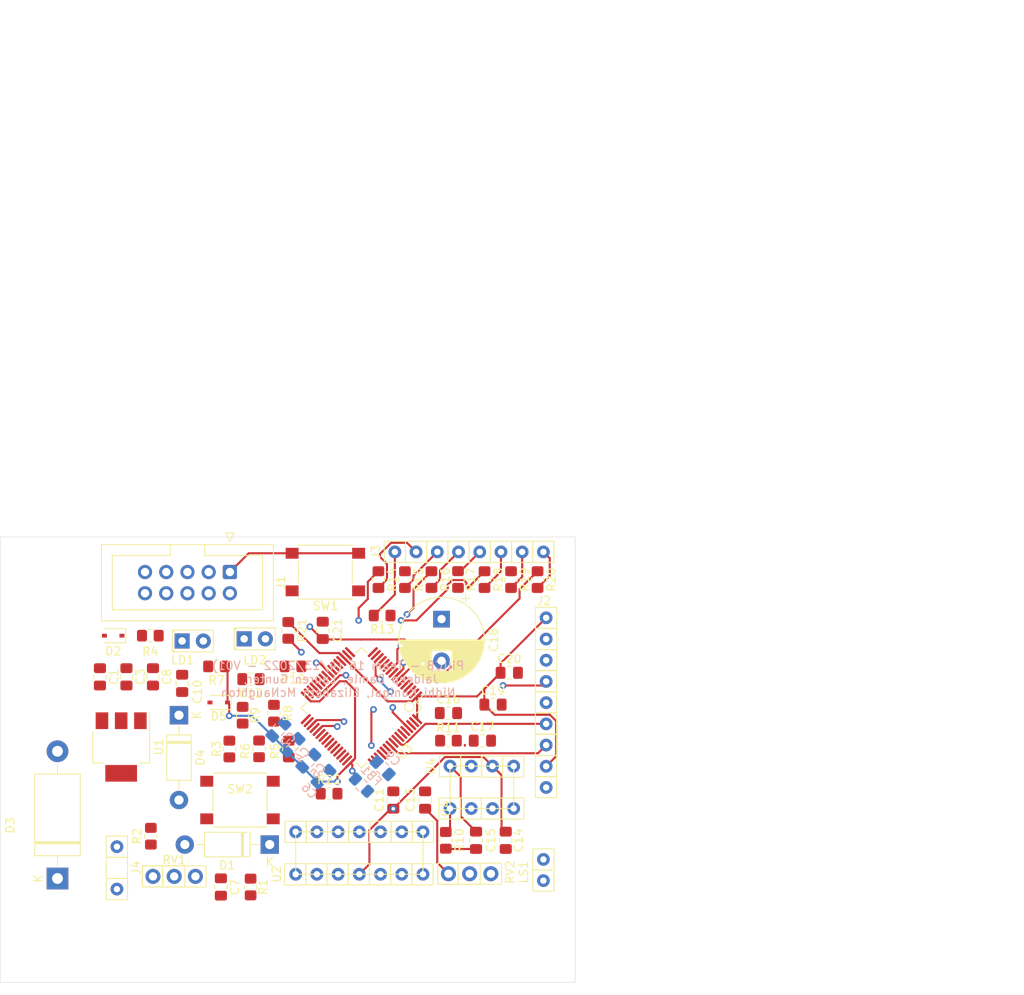
<source format=kicad_pcb>
(kicad_pcb (version 20211014) (generator pcbnew)
  (title_block (title "PillCB - Team 16") (date "2020-06-22") (rev "v01") (comment 4 "Jaideep Damle, Lauren Gunter, Nidhi Kunigal, Elizabeth McNaughton"))
  (layers (0 "F.Cu" signal) (1 "In1.Cu" signal "Ground.Cu") (2 "In2.Cu" signal "Power.Cu") (31 "B.Cu" signal) (34 "B.Paste" user) (35 "F.Paste" user) (36 "B.SilkS" user "B.Silkscreen") (37 "F.SilkS" user "F.Silkscreen") (38 "B.Mask" user) (39 "F.Mask" user) (44 "Edge.Cuts" user))
  (net 0 "")
  (net 1 "Net-(R10-Pad1)")
  (net 2 "GND")
  (net 3 "Net-(RV2-Pad2)")
  (net 4 "Net-(C18-Pad1)")
  (net 5 "+5V")
  (net 6 "Net-(C16-Pad1)")
  (net 7 "Net-(C15-Pad2)")
  (net 8 "Net-(R8-Pad2)")
  (net 9 "Net-(C7-Pad1)")
  (net 10 "Net-(R5-Pad2)")
  (net 11 "+3V0")
  (net 12 "PB8")
  (net 13 "PB11")
  (net 14 "PB14")
  (net 15 "PB5")
  (net 16 "PB3")
  (net 17 "/ignore")
  (net 18 "/AC_SIGNAL")
  (net 19 "/PC0")
  (net 20 "/PC1")
  (net 21 "/PC7")
  (net 22 "/PC2")
  (net 23 "/PC3")
  (net 24 "/PC4")
  (net 25 "/PC5")
  (net 26 "/PC6")
  (net 27 "/NRST")
  (net 28 "/BOOT0")
  (net 29 "Net-(C17-Pad1)")
  (net 30 "Net-(C15-Pad1)")
  (net 31 "/PB2")
  (net 32 "Net-(LD2-Pad2)")
  (net 33 "Net-(LD1-Pad2)")
  (net 34 "Net-(R2-Pad1)")
  (net 35 "Net-(R1-Pad1)")
  (net 36 "Net-(C13-Pad2)")
  (net 37 "Net-(C10-Pad1)")
  (net 38 "/PC13")
  (net 39 "/PC14")
  (net 40 "/PC15")
  (net 41 "/PF0")
  (net 42 "/PF1")
  (net 43 "/3VA")
  (net 44 "/PA0")
  (net 45 "/PA1")
  (net 46 "/PA2")
  (net 47 "/PA3")
  (net 48 "/PA4")
  (net 49 "/PA5")
  (net 50 "/PA6")
  (net 51 "/PA7")
  (net 52 "/PB0")
  (net 53 "/PB1")
  (net 54 "/PB10")
  (net 55 "/PB12")
  (net 56 "/PB13")
  (net 57 "/PB15")
  (net 58 "/PC8")
  (net 59 "/PC9")
  (net 60 "/PA8")
  (net 61 "/PA9")
  (net 62 "/PA10")
  (net 63 "/PA11")
  (net 64 "/PA12")
  (net 65 "/PA13")
  (net 66 "/PA14")
  (net 67 "/PA15")
  (net 68 "/PC10")
  (net 69 "/PC11")
  (net 70 "/PC12")
  (net 71 "/PD2")
  (net 72 "/PB4")
  (net 73 "/PB6")
  (net 74 "/PB7")
  (net 75 "/PB9")
  (net 76 "Net-(D3-Pad2)")
  (net 77 "/U5V")
  (net 79 "/V3.3_IN")
  (net 80 "Net-(J3-Pad1)")
  (net 81 "Net-(J3-Pad2)")
  (net 82 "Net-(J3-Pad3)")
  (net 83 "Net-(J3-Pad4)")
  (net 84 "Net-(J3-Pad5)")
  (net 85 "Net-(J3-Pad6)")
  (net 86 "Net-(J3-Pad7)")
  (net 87 "Net-(J3-Pad8)")
  (net 88 "Net-(LS1-Pad1)")
  (net 89 "Net-(R22-Pad2)")
  (footprint "local_models:J2" (layer "F.Cu") (at 135.14562 101.01676)
    (fp_text reference "J3")
    (fp_text value "Conn_01x08_Female")
  )
  (footprint "Capacitor_SMD:C_0805_2012Metric_Pad1.18x1.45mm_HandSolder" (layer "F.Cu") (at 139.95012 115.49476)
    (fp_text reference "C20")
    (fp_text value "10uF")
  )
  (footprint "Capacitor_THT:CP_Radial_D10.0mm_P5.00mm" (layer "F.Cu") (at 131.84362 109.063083 -90)
    (fp_text reference "C18")
    (fp_text value "220uF")
  )
  (footprint "Resistor_SMD:R_0805_2012Metric_Pad1.20x1.40mm_HandSolder" (layer "F.Cu") (at 136.98712 104.33476 -90)
    (fp_text reference "R18")
    (fp_text value "1K")
  )
  (footprint "Diode_THT:D_DO-201_P15.24mm_Horizontal" (layer "F.Cu") (at 85.86962 140.13276 90)
    (fp_text reference "D3")
    (fp_text value "1N522B")
  )
  (footprint "Capacitor_SMD:C_0805_2012Metric_Pad1.18x1.45mm_HandSolder" (layer "F.Cu") (at 135.97112 135.56076 90)
    (fp_text reference "C15")
    (fp_text value "10uF")
  )
  (footprint "Diode_SMD:D_SOD-323" (layer "F.Cu") (at 105.17362 119.05076 180)
    (fp_text reference "D5")
    (fp_text value "BAT60JFILM")
  )
  (footprint "Capacitor_SMD:C_0805_2012Metric_Pad1.18x1.45mm_HandSolder" (layer "F.Cu") (at 132.66912 120.32076)
    (fp_text reference "C16")
    (fp_text value "10uF")
  )
  (footprint "local_models:potentiometer" (layer "F.Cu") (at 97.29962 139.87876 -90)
    (fp_text reference "RV1")
    (fp_text value "R_Potentiometer_10k")
  )
  (footprint "local_models:J1" (layer "F.Cu") (at 92.98162 138.86276 90)
    (fp_text reference "J4")
    (fp_text value "Conn_01x02_Female")
  )
  (footprint "Capacitor_SMD:C_0805_2012Metric_Pad1.18x1.45mm_HandSolder" (layer "F.Cu") (at 109.02562 116.25676 180)
    (fp_text reference "C12")
    (fp_text value ".1uF")
  )
  (footprint "Capacitor_SMD:C_0805_2012Metric_Pad1.18x1.45mm_HandSolder" (layer "F.Cu") (at 90.94962 115.98126 -90)
    (fp_text reference "C1")
    (fp_text value "22uF")
  )
  (footprint "Button_Switch_SMD:SW_SPST_PTS645" (layer "F.Cu") (at 117.93712 103.42976 180)
    (fp_text reference "SW1")
    (fp_text value "SW_Push")
  )
  (footprint "Resistor_SMD:R_0805_2012Metric_Pad1.20x1.40mm_HandSolder" (layer "F.Cu") (at 106.44362 124.62276 90)
    (fp_text reference "R3")
    (fp_text value "1M")
  )
  (footprint "Resistor_SMD:R_0805_2012Metric_Pad1.20x1.40mm_HandSolder" (layer "F.Cu") (at 96.98212 111.04976)
    (fp_text reference "R4")
    (fp_text value "5.1k")
  )
  (footprint "Resistor_SMD:R_0805_2012Metric_Pad1.20x1.40mm_HandSolder" (layer "F.Cu") (at 111.77762 120.33676 -90)
    (fp_text reference "R8")
    (fp_text value "12k")
  )
  (footprint "local_models:LS1" (layer "F.Cu") (at 144.03562 139.11676 -90)
    (fp_text reference "LS1")
    (fp_text value "Speaker")
  )
  (footprint "Button_Switch_SMD:SW_SPST_PTS645" (layer "F.Cu") (at 107.71362 130.73476)
    (fp_text reference "SW2")
    (fp_text value "SW_Push")
  )
  (footprint "Resistor_SMD:R_0805_2012Metric_Pad1.20x1.40mm_HandSolder" (layer "F.Cu") (at 108.03112 120.57476 90)
    (fp_text reference "R9")
    (fp_text value "2.2k")
  )
  (footprint "Resistor_SMD:R_0805_2012Metric_Pad1.20x1.40mm_HandSolder" (layer "F.Cu") (at 113.55562 124.62276 90)
    (fp_text reference "R5")
    (fp_text value "10k")
  )
  (footprint "Resistor_SMD:R_0805_2012Metric_Pad1.20x1.40mm_HandSolder" (layer "F.Cu") (at 132.66912 123.62276)
    (fp_text reference "R11")
    (fp_text value "10")
  )
  (footprint "local_models:U2" (layer "F.Cu") (at 122.00112 137.08476 90)
    (fp_text reference "U2")
    (fp_text value "LM324")
  )
  (footprint "Capacitor_SMD:C_0805_2012Metric_Pad1.18x1.45mm_HandSolder" (layer "F.Cu") (at 138.00312 119.30476)
    (fp_text reference "C19")
    (fp_text value ".1uF")
  )
  (footprint "LED_THT:LED_D2.0mm_W4.8mm_H2.5mm_FlatTop" (layer "F.Cu") (at 108.21662 111.43076)
    (fp_text reference "LD2")
    (fp_text value "LED_Green")
  )
  (footprint "Capacitor_SMD:C_0805_2012Metric_Pad1.18x1.45mm_HandSolder" (layer "F.Cu") (at 126.06512 130.73476 90)
    (fp_text reference "C11")
    (fp_text value ".1uF")
  )
  (footprint "Package_QFP:LQFP-64_10x10mm_P0.5mm" (layer "F.Cu") (at 122.25512 119.68576 -135)
    (fp_text reference "U3")
    (fp_text value "STM32F091RCTx")
  )
  (footprint "Diode_THT:D_DO-41_SOD81_P10.16mm_Horizontal" (layer "F.Cu") (at 111.26962 136.06876 180)
    (fp_text reference "D1")
    (fp_text value "1N5819")
  )
  (footprint "Resistor_SMD:R_0805_2012Metric_Pad1.20x1.40mm_HandSolder" (layer "F.Cu") (at 109.99962 124.60676 90)
    (fp_text reference "R6")
    (fp_text value "120k")
  )
  (footprint "local_models:potentiometer" (layer "F.Cu") (at 132.66912 139.56126 -90)
    (fp_text reference "RV2")
    (fp_text value "R_Potentiometer_10k")
  )
  (footprint "LED_THT:LED_D2.0mm_W4.8mm_H2.5mm_FlatTop" (layer "F.Cu") (at 100.78712 111.68476)
    (fp_text reference "LD1")
    (fp_text value "LED_Red")
  )
  (footprint "Resistor_SMD:R_0805_2012Metric_Pad1.20x1.40mm_HandSolder" (layer "F.Cu") (at 140.16212 104.33476 -90)
    (fp_text reference "R19")
    (fp_text value "1K")
  )
  (footprint "Capacitor_SMD:C_0805_2012Metric_Pad1.18x1.45mm_HandSolder" (layer "F.Cu") (at 94.12462 115.98126 -90)
    (fp_text reference "C3")
    (fp_text value ".1uF")
  )
  (footprint "Resistor_SMD:R_0805_2012Metric_Pad1.20x1.40mm_HandSolder" (layer "F.Cu") (at 143.33712 104.33476 -90)
    (fp_text reference "R20")
    (fp_text value "1K")
  )
  (footprint "Package_TO_SOT_SMD:SOT-223-3_TabPin2" (layer "F.Cu") (at 93.48962 124.38476 -90)
    (fp_text reference "U1")
    (fp_text value "LD1117S33TR_SOT223")
  )
  (footprint "Capacitor_SMD:C_0805_2012Metric_Pad1.18x1.45mm_HandSolder" (layer "F.Cu") (at 117.61962 110.41476 90)
    (fp_text reference "C21")
    (fp_text value ".1uF")
  )
  (footprint "Capacitor_SMD:C_0805_2012Metric_Pad1.18x1.45mm_HandSolder" (layer "F.Cu") (at 139.52712 135.56076 90)
    (fp_text reference "C14")
    (fp_text value ".1uF")
  )
  (footprint "Resistor_SMD:R_0805_2012Metric_Pad1.20x1.40mm_HandSolder" (layer "F.Cu") (at 108.98362 141.14876 -90)
    (fp_text reference "R1")
    (fp_text value "10k")
  )
  (footprint "Capacitor_SMD:C_0805_2012Metric_Pad1.18x1.45mm_HandSolder" (layer "F.Cu") (at 129.87512 130.73476 -90)
    (fp_text reference "C13")
    (fp_text value "10uF")
  )
  (footprint "Resistor_SMD:R_0805_2012Metric_Pad1.20x1.40mm_HandSolder" (layer "F.Cu") (at 113.49212 110.41476 -90)
    (fp_text reference "R21")
    (fp_text value "100K")
  )
  (footprint "Capacitor_SMD:C_0805_2012Metric_Pad1.18x1.45mm_HandSolder" (layer "F.Cu") (at 97.29962 115.98126 -90)
    (fp_text reference "C8")
    (fp_text value ".1uF")
  )
  (footprint "Diode_THT:D_DO-41_SOD81_P10.16mm_Horizontal" (layer "F.Cu") (at 100.41112 120.57476 -90)
    (fp_text reference "D4")
    (fp_text value "1N5819")
  )
  (footprint "Diode_SMD:D_SOD-323" (layer "F.Cu") (at 92.53712 111.04976 180)
    (fp_text reference "D2")
    (fp_text value "BAT60JFILM")
  )
  (footprint "Resistor_SMD:R_0805_2012Metric_Pad1.20x1.40mm_HandSolder" (layer "F.Cu") (at 127.46212 104.33476 -90)
    (fp_text reference "R15")
    (fp_text value "1K")
  )
  (footprint "Resistor_SMD:R_0805_2012Metric_Pad1.20x1.40mm_HandSolder" (layer "F.Cu") (at 118.38162 129.97276)
    (fp_text reference "R22")
    (fp_text value "10k")
  )
  (footprint "Resistor_SMD:R_0805_2012Metric_Pad1.20x1.40mm_HandSolder" (layer "F.Cu") (at 130.63712 104.33476 -90)
    (fp_text reference "R16")
    (fp_text value "1K")
  )
  (footprint "Resistor_SMD:R_0805_2012Metric_Pad1.20x1.40mm_HandSolder" (layer "F.Cu") (at 104.90362 114.73276 180)
    (fp_text reference "R7")
    (fp_text value "1k")
  )
  (footprint "Capacitor_SMD:C_0805_2012Metric_Pad1.18x1.45mm_HandSolder" (layer "F.Cu") (at 136.73312 123.62276)
    (fp_text reference "C17")
    (fp_text value ".1uF")
  )
  (footprint "local_models:U4" (layer "F.Cu") (at 136.66962 129.21076 90)
    (fp_text reference "U4")
    (fp_text value "LM386")
  )
  (footprint "Resistor_SMD:R_0805_2012Metric_Pad1.20x1.40mm_HandSolder" (layer "F.Cu") (at 132.35162 135.56076 -90)
    (fp_text reference "R10")
    (fp_text value "1.2K")
  )
  (footprint "Resistor_SMD:R_0805_2012Metric_Pad1.20x1.40mm_HandSolder" (layer "F.Cu") (at 133.81212 104.31876 90)
    (fp_text reference "R17")
    (fp_text value "1K")
  )
  (footprint "Resistor_SMD:R_0805_2012Metric_Pad1.20x1.40mm_HandSolder" (layer "F.Cu") (at 124.73162 108.63676 180)
    (fp_text reference "R13")
    (fp_text value "1K")
  )
  (footprint "Resistor_SMD:R_0805_2012Metric_Pad1.20x1.40mm_HandSolder" (layer "F.Cu") (at 124.28712 104.33476 -90)
    (fp_text reference "R14")
    (fp_text value "1K")
  )
  (footprint "local_models:J3" (layer "F.Cu") (at 145.633745 119.05076)
    (fp_text reference "J2")
    (fp_text value "Conn_01x09_Female")
  )
  (footprint "Connector_IDC:IDC-Header_2x05_P2.54mm_Vertical" (layer "F.Cu") (at 106.50712 103.42976 -90)
    (fp_text reference "J1")
    (fp_text value "Conn_02x05_Odd_Even")
  )
  (footprint "Capacitor_SMD:C_0805_2012Metric_Pad1.18x1.45mm_HandSolder" (layer "F.Cu") (at 105.42762 141.14876 -90)
    (fp_text reference "C7")
    (fp_text value ".1uF")
  )
  (footprint "Resistor_SMD:R_0805_2012Metric_Pad1.20x1.40mm_HandSolder" (layer "F.Cu") (at 97.04562 135.06876 90)
    (fp_text reference "R2")
    (fp_text value "10k")
  )
  (footprint "Capacitor_SMD:C_0805_2012Metric_Pad1.18x1.45mm_HandSolder" (layer "F.Cu") (at 100.79212 116.76476 -90)
    (fp_text reference "C10")
    (fp_text value "22uF")
  )
  (footprint "Resistor_SMD:R_0805_2012Metric_Pad1.20x1.40mm_HandSolder" (layer "F.Cu") (at 114.06362 114.73276)
    (fp_text reference "R12")
    (fp_text value "100K")
  )
  (footprint "Capacitor_SMD:C_0805_2012Metric_Pad1.18x1.45mm_HandSolder" (layer "B.Cu") (at 114.00012 124.13076 45)
    (fp_text reference "C4")
    (fp_text value ".1uF")
  )
  (footprint "Capacitor_SMD:C_0805_2012Metric_Pad1.18x1.45mm_HandSolder" (layer "B.Cu") (at 117.711497 127.94076 45)
    (fp_text reference "C6")
    (fp_text value ".1uF")
  )
  (footprint "Capacitor_SMD:C_0805_2012Metric_Pad1.18x1.45mm_HandSolder" (layer "B.Cu") (at 112.313997 122.324383 45)
    (fp_text reference "C2")
    (fp_text value ".1uF")
  )
  (footprint "Capacitor_SMD:C_0805_2012Metric_Pad1.18x1.45mm_HandSolder" (layer "B.Cu") (at 124.79512 126.92476 135)
    (fp_text reference "C9")
    (fp_text value ".1uF")
  )
  (footprint "Inductor_SMD:L_0805_2012Metric_Pad1.15x1.40mm_HandSolder" (layer "B.Cu") (at 122.25512 128.95676 135)
    (fp_text reference "FB1")
    (fp_text value "Ferrite Bead")
  )
  (footprint "Capacitor_SMD:C_0805_2012Metric_Pad1.18x1.45mm_HandSolder" (layer "B.Cu") (at 115.90512 126.03576 45)
    (fp_text reference "C5")
    (fp_text value ".1uF")
  )
  (gr_circle (center 127.973659 119.55876) (end 128.481659 119.81276) (layer "F.SilkS") (width 0.12) (fill none))
  (gr_rect (start 79.01162 152.57876) (end 147.84562 99.23876) (layer "Edge.Cuts") (width 0.05) (fill none))
  (gr_text "PillCB - Team 16 (4/13/2022 - V01)\nJaideep Damle, Lauren Gunter, \nNidhi Kunigal, Elizabeth McNaughton" (at 119.46112 116.25676) (layer "B.SilkS") (effects (font (size 1 1)) (justify mirror)))
  (segment (start 132.85962 134.05276) (end 132.35162 134.56076) (width 0.25) (layer "F.Cu") (net 1))
  (segment (start 132.85962 131.75076) (end 132.85962 134.05276) (width 0.25) (layer "F.Cu") (net 1))
  (segment (start 135.39962 131.75076) (end 135.39962 132.020753) (width 0.25) (layer "F.Cu") (net 2))
  (segment (start 113.04762 121.679253) (end 113.04762 121.59076) (width 0.25) (layer "F.Cu") (net 2))
  (segment (start 111.265127 128.48476) (end 111.69362 128.48476) (width 0.25) (layer "F.Cu") (net 2))
  (segment (start 113.04762 121.59076) (end 113.136113 121.59076) (width 0.25) (layer "F.Cu") (net 2))
  (segment (start 106.45962 123.60676) (end 106.44362 123.62276) (width 0.25) (layer "F.Cu") (net 2))
  (segment (start 108.94612 142.18626) (end 108.98362 142.14876) (width 0.25) (layer "F.Cu") (net 2))
  (segment (start 137.93962 126.67076) (end 136.853109 125.584249) (width 0.25) (layer "F.Cu") (net 5))
  (segment (start 123.20762 134.3417) (end 123.20762 138.41826) (width 0.25) (layer "F.Cu") (net 5))
  (segment (start 137.93962 126.67076) (end 139.026131 127.757271) (width 0.25) (layer "F.Cu") (net 5))
  (segment (start 139.026131 127.757271) (end 139.026131 134.022271) (width 0.25) (layer "F.Cu") (net 5))
  (segment (start 125.77706 131.77226) (end 123.20762 134.3417) (width 0.25) (layer "F.Cu") (net 5))
  (segment (start 139.46362 134.45976) (end 139.46362 134.03676) (width 0.25) (layer "F.Cu") (net 5))
  (segment (start 132.253131 125.584249) (end 126.06512 131.77226) (width 0.25) (layer "F.Cu") (net 5))
  (segment (start 139.026131 134.022271) (end 139.52712 134.52326) (width 0.25) (layer "F.Cu") (net 5))
  (segment (start 123.20762 138.41826) (end 122.00112 139.62476) (width 0.25) (layer "F.Cu") (net 5))
  (segment (start 126.06512 131.77226) (end 125.77706 131.77226) (width 0.25) (layer "F.Cu") (net 5))
  (segment (start 139.52712 134.52326) (end 139.46362 134.45976) (width 0.25) (layer "F.Cu") (net 5))
  (segment (start 136.853109 125.584249) (end 132.253131 125.584249) (width 0.25) (layer "F.Cu") (net 5))
  (via (at 126.06512 131.77226) (size 0.8) (drill 0.4) (layers "F.Cu" "B.Cu") (net 5))
  (via (at 126.06512 131.77226) (size 0.8) (drill 0.4) (layers "F.Cu" "B.Cu") (net 5))
  (segment (start 131.63162 120.32076) (end 131.979613 120.32076) (width 0.25) (layer "F.Cu") (net 6))
  (segment (start 134.63762 124.13076) (end 134.63762 124.22276) (width 0.25) (layer "F.Cu") (net 6))
  (segment (start 135.97112 134.52326) (end 134.12962 132.68176) (width 0.25) (layer "F.Cu") (net 7))
  (segment (start 134.12962 127.94076) (end 132.85962 126.67076) (width 0.25) (layer "F.Cu") (net 7))
  (segment (start 134.12962 132.68176) (end 134.12962 127.94076) (width 0.25) (layer "F.Cu") (net 7))
  (segment (start 116.184613 118.918553) (end 115.590639 118.324579) (width 0.25) (layer "F.Cu") (net 11))
  (segment (start 138.91262 115.49476) (end 138.29912 116.10826) (width 0.25) (layer "F.Cu") (net 11))
  (segment (start 145.55962 121.271326) (end 145.55962 125.496136) (width 0.25) (layer "F.Cu") (net 11))
  (segment (start 136.96562 119.30476) (end 138.18636 120.5255) (width 0.25) (layer "F.Cu") (net 11))
  (segment (start 117.211772 113.134412) (end 119.59286 113.134412) (width 0.25) (layer "F.Cu") (net 11))
  (segment (start 138.91262 115.49476) (end 138.91262 114.363136) (width 0.25) (layer "F.Cu") (net 11))
  (segment (start 120.893939 126.350241) (end 119.38 127.86418) (width 0.25) (layer "F.Cu") (net 11))
  (segment (start 138.29912 116.10826) (end 136.082801 118.324579) (width 0.25) (layer "F.Cu") (net 11))
  (segment (start 136.96562 117.44176) (end 138.91262 115.49476) (width 0.25) (layer "F.Cu") (net 11))
  (segment (start 121.487913 125.756267) (end 121.487913 117.585053) (width 0.25) (layer "F.Cu") (net 11))
  (segment (start 121.158 127.254) (end 121.158 126.492) (width 0.25) (layer "F.Cu") (net 11))
  (segment (start 136.082801 118.324579) (end 128.919601 118.324579) (width 0.25) (layer "F.Cu") (net 11))
  (segment (start 106.22362 115.05276) (end 105.90362 114.73276) (width 0.25) (layer "F.Cu") (net 11))
  (segment (start 119.59286 113.134412) (end 120.186833 113.728385) (width 0.25) (layer "F.Cu") (net 11))
  (segment (start 119.38 127.86418) (end 119.38 128.524) (width 0.25) (layer "F.Cu") (net 11))
  (segment (start 121.158 126.492) (end 121.016241 126.350241) (width 0.25) (layer "F.Cu") (net 11))
  (segment (start 125.377001 118.918553) (end 120.186833 113.728385) (width 0.25) (layer "F.Cu") (net 11))
  (segment (start 120.893939 126.350241) (end 121.487913 125.756267) (width 0.25) (layer "F.Cu") (net 11))
  (segment (start 106.426 120.65) (end 106.426 119.25314) (width 0.25) (layer "F.Cu") (net 11))
  (segment (start 120.41362 116.51076) (end 119.65162 116.51076) (width 0.25) (layer "F.Cu") (net 11))
  (segment (start 121.016241 126.350241) (end 120.893939 126.350241) (width 0.25) (layer "F.Cu") (net 11))
  (segment (start 119.65162 116.51076) (end 117.243827 118.918553) (width 0.25) (layer "F.Cu") (net 11))
  (segment (start 121.487913 117.585053) (end 120.41362 116.51076) (width 0.25) (layer "F.Cu") (net 11))
  (segment (start 117.243827 118.918553) (end 116.184613 118.918553) (width 0.25) (layer "F.Cu") (net 11))
  (segment (start 106.22362 119.05076) (end 106.22362 115.05276) (width 0.25) (layer "F.Cu") (net 11))
  (segment (start 128.919601 118.324579) (end 128.919601 121.046941) (width 0.25) (layer "F.Cu") (net 11))
  (segment (start 138.91262 114.363136) (end 144.363745 108.912011) (width 0.25) (layer "F.Cu") (net 11))
  (segment (start 106.426 119.25314) (end 106.22362 119.05076) (width 0.25) (layer "F.Cu") (net 11))
  (segment (start 113.49212 109.41476) (end 117.211772 113.134412) (width 0.25) (layer "F.Cu") (net 11))
  (segment (start 128.919601 118.324579) (end 128.325627 118.918553) (width 0.25) (layer "F.Cu") (net 11))
  (segment (start 136.96562 119.30476) (end 136.96562 117.44176) (width 0.25) (layer "F.Cu") (net 11))
  (segment (start 144.813794 120.5255) (end 145.55962 121.271326) (width 0.25) (layer "F.Cu") (net 11))
  (segment (start 128.325627 118.918553) (end 125.377001 118.918553) (width 0.25) (layer "F.Cu") (net 11))
  (segment (start 138.18636 120.5255) (end 144.813794 120.5255) (width 0.25) (layer "F.Cu") (net 11))
  (segment (start 145.55962 125.496136) (end 144.363745 126.692011) (width 0.25) (layer "F.Cu") (net 11))
  (via (at 119.38 128.524) (size 0.8) (drill 0.4) (layers "F.Cu" "B.Cu") (net 11))
  (via (at 106.426 120.65) (size 0.8) (drill 0.4) (layers "F.Cu" "B.Cu") (net 11))
  (via (at 121.158 127.254) (size 0.8) (drill 0.4) (layers "F.Cu" "B.Cu") (net 11))
  (segment (start 115.171497 126.769383) (end 113.266497 124.864383) (width 0.25) (layer "B.Cu") (net 11))
  (segment (start 116.977874 128.674383) (end 116.977874 128.57576) (width 0.25) (layer "B.Cu") (net 11))
  (segment (start 116.977874 128.57576) (end 115.171497 126.769383) (width 0.25) (layer "B.Cu") (net 11))
  (segment (start 117.128257 128.524) (end 116.977874 128.674383) (width 0.25) (layer "B.Cu") (net 11))
  (segment (start 121.530336 127.626336) (end 121.158 127.254) (width 0.25) (layer "B.Cu") (net 11))
  (segment (start 113.266497 124.744129) (end 111.580374 123.058006) (width 0.25) (layer "B.Cu") (net 11))
  (segment (start 109.172368 120.65) (end 106.426 120.65) (width 0.25) (layer "B.Cu") (net 11))
  (segment (start 111.580374 123.058006) (end 109.172368 120.65) (width 0.25) (layer "B.Cu") (net 11))
  (segment (start 119.38 128.524) (end 117.128257 128.524) (width 0.25) (layer "B.Cu") (net 11))
  (segment (start 121.530336 128.231976) (end 121.530336 127.626336) (width 0.25) (layer "B.Cu") (net 11))
  (segment (start 113.266497 124.864383) (end 113.266497 124.744129) (width 0.25) (layer "B.Cu") (net 11))
  (segment (start 126.00162 120.25028) (end 127.858941 122.107601) (width 0.25) (layer "F.Cu") (net 12))
  (segment (start 126.00162 119.643053) (end 126.00162 120.25028) (width 0.25) (layer "F.Cu") (net 12))
  (via (at 126.00162 119.643053) (size 0.8) (drill 0.4) (layers "F.Cu" "B.Cu") (net 12))
  (segment (start 117.044272 118.364) (end 116.297745 117.617473) (width 0.25) (layer "F.Cu") (net 13))
  (segment (start 120.396 115.78626) (end 119.683914 115.78626) (width 0.25) (layer "F.Cu") (net 13))
  (segment (start 144.363745 116.532011) (end 143.876996 117.01876) (width 0.25) (layer "F.Cu") (net 13))
  (segment (start 119.683914 115.78626) (end 117.106174 118.364) (width 0.25) (layer "F.Cu") (net 13))
  (segment (start 117.106174 118.364) (end 117.044272 118.364) (width 0.25) (layer "F.Cu") (net 13))
  (segment (start 143.876996 117.01876) (end 139.20962 117.01876) (width 0.25) (layer "F.Cu") (net 13))
  (via (at 120.396 115.78626) (size 0.8) (drill 0.4) (layers "F.Cu" "B.Cu") (net 13))
  (via (at 139.20962 117.01876) (size 0.8) (drill 0.4) (layers "F.Cu" "B.Cu") (net 13))
  (segment (start 116.891718 121.160074) (end 116.297745 121.754047) (width 0.25) (layer "F.Cu") (net 14))
  (segment (start 120.15962 121.33676) (end 119.982934 121.160074) (width 0.25) (layer "F.Cu") (net 14))
  (segment (start 119.982934 121.160074) (end 116.891718 121.160074) (width 0.25) (layer "F.Cu") (net 14))
  (via (at 120.15962 121.33676) (size 0.8) (drill 0.4) (layers "F.Cu" "B.Cu") (net 14))
  (segment (start 127.038702 124.115788) (end 126.444728 123.521814) (width 0.25) (layer "F.Cu") (net 15))
  (segment (start 129.909487 121.612011) (end 127.40571 124.115788) (width 0.25) (layer "F.Cu") (net 15))
  (segment (start 144.363745 121.612011) (end 129.909487 121.612011) (width 0.25) (layer "F.Cu") (net 15))
  (segment (start 127.40571 124.115788) (end 127.038702 124.115788) (width 0.25) (layer "F.Cu") (net 15))
  (segment (start 144.363745 124.152011) (end 143.381027 125.134729) (width 0.25) (layer "F.Cu") (net 16))
  (segment (start 126.643429 125.134729) (end 125.737621 124.228921) (width 0.25) (layer "F.Cu") (net 16))
  (segment (start 143.381027 125.134729) (end 126.643429 125.134729) (width 0.25) (layer "F.Cu") (net 16))
  (segment (start 132.392252 115.387594) (end 130.582358 115.387594) (width 0.25) (layer "F.Cu") (net 19))
  (segment (start 127.27498 114.281912) (end 127.27498 115.019454) (width 0.25) (layer "F.Cu") (net 19))
  (segment (start 143.33712 103.33476) (end 141.18664 105.48524) (width 0.25) (layer "F.Cu") (net 19))
  (segment (start 141.18664 105.922733) (end 141.18664 106.593206) (width 0.25) (layer "F.Cu") (net 19))
  (segment (start 127.27498 115.019454) (end 126.444728 115.849706) (width 0.25) (layer "F.Cu") (net 19))
  (segment (start 141.18664 106.593206) (end 132.392252 115.387594) (width 0.25) (layer "F.Cu") (net 19))
  (segment (start 141.18664 105.48524) (end 141.18664 105.922733) (width 0.25) (layer "F.Cu") (net 19))
  (segment (start 130.582358 115.387594) (end 129.610451 114.415687) (width 0.25) (layer "F.Cu") (net 19))
  (via (at 127.27498 114.281912) (size 0.8) (drill 0.4) (layers "F.Cu" "B.Cu") (net 19))
  (via (at 129.610451 114.415687) (size 0.8) (drill 0.4) (layers "F.Cu" "B.Cu") (net 19))
  (segment (start 133.124147 104.39424) (end 132.583308 104.935079) (width 0.25) (layer "F.Cu") (net 22))
  (segment (start 127 112.2305) (end 126.55048 112.68002) (width 0.25) (layer "F.Cu") (net 22))
  (segment (start 132.583308 105.473172) (end 128.83648 109.22) (width 0.25) (layer "F.Cu") (net 22))
  (segment (start 126.55048 112.68002) (end 126.55048 114.32974) (width 0.25) (layer "F.Cu") (net 22))
  (segment (start 136.98712 103.33476) (end 134.83664 105.48524) (width 0.25) (layer "F.Cu") (net 22))
  (segment (start 134.83664 104.730787) (end 134.500093 104.39424) (width 0.25) (layer "F.Cu") (net 22))
  (segment (start 134.83664 105.48524) (end 134.83664 104.730787) (width 0.25) (layer "F.Cu") (net 22))
  (segment (start 132.583308 104.935079) (end 132.583308 105.473172) (width 0.25) (layer "F.Cu") (net 22))
  (segment (start 134.500093 104.39424) (end 133.124147 104.39424) (width 0.25) (layer "F.Cu") (net 22))
  (segment (start 126.55048 114.32974) (end 125.737621 115.142599) (width 0.25) (layer "F.Cu") (net 22))
  (segment (start 128.83648 109.22) (end 127 109.22) (width 0.25) (layer "F.Cu") (net 22))
  (via (at 127 112.2305) (size 0.8) (drill 0.4) (layers "F.Cu" "B.Cu") (net 22))
  (via (at 127 109.22) (size 0.8) (drill 0.4) (layers "F.Cu" "B.Cu") (net 22))
  (segment (start 128.48664 105.48524) (end 128.48664 107.715615) (width 0.25) (layer "F.Cu") (net 24))
  (segment (start 128.48664 107.715615) (end 127.706753 108.4955) (width 0.25) (layer "F.Cu") (net 24))
  (segment (start 130.63712 103.33476) (end 128.48664 105.48524) (width 0.25) (layer "F.Cu") (net 24))
  (segment (start 117.222914 114.3) (end 118.419066 115.496152) (width 0.25) (layer "F.Cu") (net 24))
  (segment (start 116.84 114.3) (end 117.222914 114.3) (width 0.25) (layer "F.Cu") (net 24))
  (via (at 116.84 114.3) (size 0.8) (drill 0.4) (layers "F.Cu" "B.Cu") (net 24))
  (via (at 127.706753 108.4955) (size 0.8) (drill 0.4) (layers "F.Cu" "B.Cu") (net 24))
  (segment (start 121.92 107.750902) (end 121.92 109.22) (width 0.25) (layer "F.Cu") (net 26))
  (segment (start 124.28712 103.33476) (end 123.016631 104.605249) (width 0.25) (layer "F.Cu") (net 26))
  (segment (start 119.290981 121.867181) (end 117.598825 121.867181) (width 0.25) (layer "F.Cu") (net 26))
  (segment (start 119.359292 121.935492) (end 119.290981 121.867181) (width 0.25) (layer "F.Cu") (net 26))
  (segment (start 123.016631 104.605249) (end 123.016631 106.654271) (width 0.25) (layer "F.Cu") (net 26))
  (segment (start 123.016631 106.654271) (end 121.92 107.750902) (width 0.25) (layer "F.Cu") (net 26))
  (segment (start 117.598825 121.867181) (end 117.004852 122.461154) (width 0.25) (layer "F.Cu") (net 26))
  (via (at 119.359292 121.935492) (size 0.8) (drill 0.4) (layers "F.Cu" "B.Cu") (net 26))
  (via (at 121.92 109.22) (size 0.8) (drill 0.4) (layers "F.Cu" "B.Cu") (net 26))
  (segment (start 117.67336 111.506) (end 122.174 111.506) (width 0.25) (layer "F.Cu") (net 27))
  (segment (start 129.286 113.284) (end 129.286 113.71554) (width 0.25) (layer "F.Cu") (net 27))
  (segment (start 115.062 113.03) (end 115.062 112.98464) (width 0.25) (layer "F.Cu") (net 27))
  (segment (start 129.286 113.71554) (end 126.798281 116.203259) (width 0.25) (layer "F.Cu") (net 27))
  (segment (start 127.413394 111.506) (end 129.191394 113.284) (width 0.25) (layer "F.Cu") (net 27))
  (segment (start 117.61962 111.45226) (end 117.67336 111.506) (width 0.25) (layer "F.Cu") (net 27))
  (segment (start 117.61962 111.45226) (end 117.54826 111.45226) (width 0.25) (layer "F.Cu") (net 27))
  (segment (start 115.062 112.98464) (end 113.49212 111.41476) (width 0.25) (layer "F.Cu") (net 27))
  (segment (start 113.95712 101.17976) (end 121.91712 101.17976) (width 0.25) (layer "F.Cu") (net 27))
  (segment (start 129.191394 113.284) (end 129.286 113.284) (width 0.25) (layer "F.Cu") (net 27))
  (segment (start 108.75712 101.17976) (end 106.50712 103.42976) (width 0.25) (layer "F.Cu") (net 27))
  (segment (start 122.174 111.506) (end 127.413394 111.506) (width 0.25) (layer "F.Cu") (net 27))
  (segment (start 113.95712 101.17976) (end 108.75712 101.17976) (width 0.25) (layer "F.Cu") (net 27))
  (segment (start 117.54826 111.45226) (end 116.078 109.982) (width 0.25) (layer "F.Cu") (net 27))
  (via (at 115.062 113.03) (size 0.8) (drill 0.4) (layers "F.Cu" "B.Cu") (net 27))
  (via (at 116.078 109.982) (size 0.8) (drill 0.4) (layers "F.Cu" "B.Cu") (net 27))
  (segment (start 132.38912 136.59826) (end 132.35162 136.56076) (width 0.25) (layer "F.Cu") (net 30))
  (segment (start 135.97112 136.59826) (end 132.38912 136.59826) (width 0.25) (layer "F.Cu") (net 30))
  (segment (start 131.3271 133.22424) (end 131.3271 138.21924) (width 0.25) (layer "F.Cu") (net 36))
  (segment (start 129.87512 131.77226) (end 131.3271 133.22424) (width 0.25) (layer "F.Cu") (net 36))
  (segment (start 131.3271 138.21924) (end 132.66912 139.56126) (width 0.25) (layer "F.Cu") (net 36))
  (segment (start 123.444 120.142) (end 123.444 124.206) (width 0.25) (layer "F.Cu") (net 43))
  (segment (start 124.676961 114.081939) (end 123.952 114.8069) (width 0.25) (layer "F.Cu") (net 43))
  (segment (start 123.952 114.8069) (end 123.952 115.824) (width 0.25) (layer "F.Cu") (net 43))
  (segment (start 125.73 117.602) (end 125.73 117.74326) (width 0.25) (layer "F.Cu") (net 43))
  (segment (start 123.952 115.824) (end 123.98974 115.824) (width 0.25) (layer "F.Cu") (net 43))
  (segment (start 123.698 119.888) (end 123.444 120.142) (width 0.25) (layer "F.Cu") (net 43))
  (segment (start 123.98974 115.824) (end 124.46 116.29426) (width 0.25) (layer "F.Cu") (net 43))
  (via (at 124.46 116.29426) (size 0.8) (drill 0.4) (layers "F.Cu" "B.Cu") (net 43))
  (via (at 125.73 117.74326) (size 0.8) (drill 0.4) (layers "F.Cu" "B.Cu") (net 43))
  (via (at 123.698 119.888) (size 0.8) (drill 0.4) (layers "F.Cu" "B.Cu") (net 43))
  (via (at 123.444 124.206) (size 0.8) (drill 0.4) (layers "F.Cu" "B.Cu") (net 43))
  (segment (start 124.46 116.29426) (end 124.46 116.47326) (width 0.25) (layer "B.Cu") (net 43))
  (segment (start 124.46 116.47326) (end 125.73 117.74326) (width 0.25) (layer "B.Cu") (net 43))
  (segment (start 126.25562 101.01676) (end 126.25562 106.11276) (width 0.25) (layer "F.Cu") (net 80))
  (segment (start 126.25562 106.11276) (end 123.73162 108.63676) (width 0.25) (layer "F.Cu") (net 80))
  (segment (start 124.46 101.27582) (end 124.46 101.6) (width 0.25) (layer "F.Cu") (net 81))
  (segment (start 124.46 101.6) (end 125.31164 102.45164) (width 0.25) (layer "F.Cu") (net 81))
  (segment (start 127.709109 99.930249) (end 125.805571 99.930249) (width 0.25) (layer "F.Cu") (net 81))
  (segment (start 125.805571 99.930249) (end 124.46 101.27582) (width 0.25) (layer "F.Cu") (net 81))
  (segment (start 125.31164 104.31024) (end 124.28712 105.33476) (width 0.25) (layer "F.Cu") (net 81))
  (segment (start 128.79562 101.01676) (end 127.709109 99.930249) (width 0.25) (layer "F.Cu") (net 81))
  (segment (start 125.31164 102.45164) (end 125.31164 104.31024) (width 0.25) (layer "F.Cu") (net 81))
  (segment (start 131.33562 101.01676) (end 128.48664 103.86574) (width 0.25) (layer "F.Cu") (net 82))
  (segment (start 128.48664 103.86574) (end 128.48664 104.31024) (width 0.25) (layer "F.Cu") (net 82))
  (segment (start 128.48664 104.31024) (end 127.46212 105.33476) (width 0.25) (layer "F.Cu") (net 82))
  (segment (start 131.66164 103.23074) (end 131.66164 104.31024) (width 0.25) (layer "F.Cu") (net 83))
  (segment (start 131.66164 104.31024) (end 130.63712 105.33476) (width 0.25) (layer "F.Cu") (net 83))
  (segment (start 133.87562 101.01676) (end 131.66164 103.23074) (width 0.25) (layer "F.Cu") (net 83))
  (segment (start 136.41562 101.01676) (end 134.11362 103.31876) (width 0.25) (layer "F.Cu") (net 84))
  (segment (start 134.11362 103.31876) (end 133.81212 103.31876) (width 0.25) (layer "F.Cu") (net 84))
  (segment (start 138.95562 103.36626) (end 136.98712 105.33476) (width 0.25) (layer "F.Cu") (net 85))
  (segment (start 138.95562 101.01676) (end 138.95562 103.36626) (width 0.25) (layer "F.Cu") (net 85))
  (segment (start 141.49562 104.00126) (end 140.16212 105.33476) (width 0.25) (layer "F.Cu") (net 86))
  (segment (start 141.49562 101.01676) (end 141.49562 104.00126) (width 0.25) (layer "F.Cu") (net 86))
  (segment (start 144.797619 101.778759) (end 144.797619 103.874261) (width 0.25) (layer "F.Cu") (net 87))
  (segment (start 144.797619 103.874261) (end 143.33712 105.33476) (width 0.25) (layer "F.Cu") (net 87))
  (segment (start 144.03562 101.01676) (end 144.797619 101.778759) (width 0.25) (layer "F.Cu") (net 87))
)
</source>
